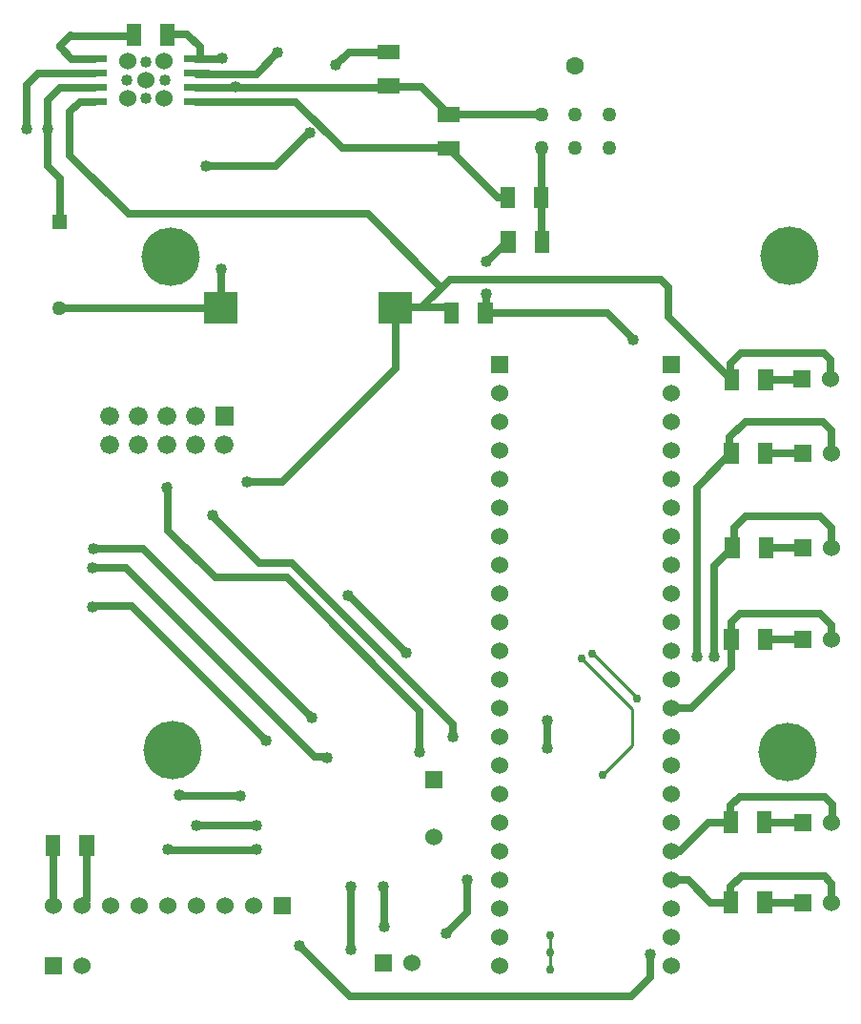
<source format=gbr>
G04 start of page 2 for group 0 idx 0 *
G04 Title: (unknown), Power_Top *
G04 Creator: pcb 20110918 *
G04 CreationDate: Sun 04 May 2014 08:11:11 PM GMT UTC *
G04 For: zach *
G04 Format: Gerber/RS-274X *
G04 PCB-Dimensions: 295500 350000 *
G04 PCB-Coordinate-Origin: lower left *
%MOIN*%
%FSLAX25Y25*%
%LNTOP*%
%ADD30C,0.0460*%
%ADD29C,0.0590*%
%ADD28C,0.0380*%
%ADD27C,0.0280*%
%ADD26C,0.0150*%
%ADD25C,0.0200*%
%ADD24C,0.2000*%
%ADD23C,0.0300*%
%ADD22C,0.0400*%
%ADD21C,0.2040*%
%ADD20R,0.0240X0.0240*%
%ADD19R,0.1100X0.1100*%
%ADD18R,0.0512X0.0512*%
%ADD17C,0.0660*%
%ADD16C,0.0630*%
%ADD15C,0.0500*%
%ADD14C,0.0600*%
%ADD13C,0.0001*%
%ADD12C,0.0100*%
%ADD11C,0.0250*%
G54D11*X168477Y288300D02*X151265Y305512D01*
X114088D01*
X97900Y321700D01*
X183755Y272935D02*X183900Y272790D01*
X172090D02*X171590D01*
X164600Y265800D01*
X164400Y254700D02*Y248190D01*
X183755Y305492D02*Y288355D01*
X183700Y288300D01*
X183755D02*Y272935D01*
X164400Y248190D02*X164110Y247900D01*
X171890Y288300D02*X168477D01*
X97900Y321700D02*X63185D01*
X63179Y326706D02*X129711D01*
X130300Y327295D01*
X27379Y326706D02*X21906D01*
X27379Y321706D02*X22306D01*
X77600Y331400D02*X63485D01*
X63179Y331706D01*
X63185Y321700D02*X63179Y321706D01*
X74500Y331400D02*X84000D01*
X63179Y336706D02*X71694D01*
X22994Y331700D02*X23000Y331706D01*
X71694Y336706D02*X71800Y336600D01*
X111900Y334500D02*X116400Y339000D01*
X130195D01*
X130300Y339105D01*
X66500Y299200D02*X77800D01*
X78000D02*X90800D01*
X102900Y311300D01*
X73700Y299200D02*X81700D01*
X84000Y331400D02*X91400Y338800D01*
X15000Y279968D02*X15184Y279784D01*
X71600Y249700D02*X15268D01*
X15184Y249784D01*
X71800Y263200D02*Y249900D01*
X71600Y249700D01*
X39300Y282600D02*X123000D01*
X148900Y256700D01*
X40490Y344500D02*X41190Y345200D01*
X53000D02*X59900D01*
X64300Y340800D01*
Y337700D01*
X40695Y344705D02*X21105D01*
X33200D02*X18905D01*
X27379Y336706D02*X19594D01*
X21006D02*X19594D01*
X7900Y331700D02*X22994D01*
X19594Y336706D02*X15500Y340800D01*
Y341300D02*X19200Y345000D01*
X18905Y344705D02*X16550Y342350D01*
X18800Y318200D02*Y303100D01*
X11100Y299300D02*Y322300D01*
X15500Y340800D02*Y341300D01*
X3800Y320800D02*Y312000D01*
Y318900D02*Y327600D01*
X7900Y331700D01*
X15500Y326700D02*X11100Y322300D01*
X39300Y282600D02*X18800Y303100D01*
X15334Y279634D02*Y295066D01*
X11100Y299300D01*
X22306Y321706D02*X18800Y318200D01*
X27379Y331706D02*X20206D01*
X26700Y326706D02*X15506D01*
X13850Y325050D01*
X15500Y326706D02*Y326700D01*
X215100Y9400D02*X116700D01*
X99000Y27100D01*
X83900Y60400D02*X84000Y60500D01*
G54D12*X205200Y86700D02*X215500Y97000D01*
G54D11*X79600Y60400D02*X58300D01*
X68500D02*X83900D01*
X64500D02*X53100D01*
X53000Y60500D01*
X73100Y69000D02*X63300D01*
X68000D02*X84000D01*
X78500Y79300D02*X57300D01*
X57000Y79000D01*
X108600Y92600D02*Y92800D01*
Y93000D02*X104500D01*
X87400Y98500D02*Y98600D01*
X103300Y106800D02*X101500Y108600D01*
X40400Y145600D02*X26900D01*
X26600Y145300D01*
X27000Y165600D02*X44500D01*
X26900Y159100D02*X38400D01*
X87400Y98600D02*X40400Y145600D01*
X44500Y165600D02*X102900Y107200D01*
X136500Y129200D02*X116200Y149500D01*
X38400Y159100D02*X104500Y93000D01*
X101250Y96250D01*
X221600Y23900D02*Y15900D01*
G54D12*X215500Y97000D02*Y108500D01*
Y97000D02*Y109500D01*
G54D11*X221600Y15900D02*X215100Y9400D01*
X251000Y166620D02*X250380Y166000D01*
X250095Y134000D02*Y140095D01*
X253000Y143000D01*
X244000Y128000D02*Y159620D01*
X250690Y166310D01*
X238000Y128000D02*Y187000D01*
X253000Y143000D02*X281000D01*
X285000Y139000D01*
Y134000D01*
X261905D02*X275000D01*
X229000Y110000D02*X236000D01*
G54D12*X215500Y109500D02*X197700Y127300D01*
X217000Y113400D02*Y113500D01*
X201600Y128900D01*
G54D11*X236000Y110000D02*X250000Y124000D01*
Y133810D01*
X250095Y133905D01*
X275000Y166000D02*X262000D01*
X281000Y177000D02*X255000D01*
X251000Y173000D01*
Y166620D01*
X275000Y199000D02*X262000D01*
X285000Y166000D02*Y173000D01*
X281000Y177000D01*
X285000Y207000D02*Y199000D01*
X249500Y199500D02*Y204500D01*
X238000Y187000D02*X249500Y198500D01*
X251190Y166810D02*X250810D01*
X249500Y204500D02*X255000Y210000D01*
X282000D01*
X285000Y207000D01*
X262105Y224700D02*X274600D01*
X274800Y224900D01*
X284800D02*Y231600D01*
X282300Y234100D01*
X253500D01*
X249600Y230200D01*
Y225395D01*
X250295Y224700D01*
X275192Y41829D02*X262155D01*
X261799Y42185D01*
X282600Y51300D02*X253600D01*
X282800Y79000D02*X285400Y76400D01*
Y70204D01*
X285192Y69996D01*
Y41829D02*Y48708D01*
X282600Y51300D01*
X253000Y79000D02*X282800D01*
X275192Y69996D02*X261859D01*
X261686Y70168D01*
X249876D02*Y75876D01*
X253000Y79000D01*
X249776Y70000D02*X249876Y70100D01*
X253600Y51300D02*X249900Y47600D01*
Y42273D01*
X249989Y42185D01*
X229000Y60000D02*X232200D01*
X242200Y70000D01*
X249776D01*
X229000Y50000D02*X235000D01*
X242900Y42100D01*
X249300D01*
X249900Y41500D01*
X164110Y247900D02*X206900D01*
X215900Y238900D01*
X183755Y317292D02*X151295D01*
X151265Y317322D01*
X151100Y317292D02*Y317600D01*
X141600Y327100D01*
X130495D01*
X130300Y327295D01*
X24810Y62000D02*Y42810D01*
X23000Y41000D01*
X13000Y62000D02*Y41000D01*
G54D12*X186600Y30500D02*Y24600D01*
X186700Y24500D01*
X186600Y24800D02*Y18500D01*
G54D11*X185900Y105700D02*Y95800D01*
X141100Y94300D02*Y109000D01*
X94600Y155500D01*
X69600D01*
X53000Y172100D01*
Y187600D01*
X117200Y47700D02*Y25700D01*
X128600Y33500D02*Y47600D01*
X157600Y50100D02*Y38600D01*
X150300Y31300D01*
X80800Y189000D02*X92900D01*
X132600Y249700D02*Y228600D01*
X93000Y189000D01*
X145200Y111800D02*X139000Y118000D01*
X139350Y117650D02*X96400Y160600D01*
X85100D01*
X68500Y177200D01*
X152600Y99900D02*Y104400D01*
X141750Y115250D01*
X132600Y249900D02*X150300D01*
X152300Y247900D01*
X225400Y259700D02*X151700D01*
X141900Y249900D01*
X250295Y224700D02*X250200D01*
X228200Y246700D01*
Y256900D01*
X225400Y259700D01*
G54D13*G36*
X90000Y44000D02*Y38000D01*
X96000D01*
Y44000D01*
X90000D01*
G37*
G54D14*X83000Y41000D03*
X73000D03*
X63000D03*
X53000D03*
X43000D03*
X33000D03*
X23000D03*
X13000D03*
G54D13*G36*
X10000Y23000D02*Y17000D01*
X16000D01*
Y23000D01*
X10000D01*
G37*
G54D14*X23000Y20000D03*
G54D13*G36*
X125500Y24000D02*Y18000D01*
X131500D01*
Y24000D01*
X125500D01*
G37*
G54D14*X138500Y21000D03*
G54D15*X207355Y317292D03*
X195555D03*
G54D16*Y334292D03*
G54D15*X183755Y317292D03*
X207355Y305492D03*
X183755D03*
X195555D03*
G54D13*G36*
X12684Y282284D02*Y277284D01*
X17684D01*
Y282284D01*
X12684D01*
G37*
G36*
X271800Y227900D02*Y221900D01*
X277800D01*
Y227900D01*
X271800D01*
G37*
G54D14*X284800Y224900D03*
G54D13*G36*
X226000Y233000D02*Y227000D01*
X232000D01*
Y233000D01*
X226000D01*
G37*
G54D14*X229000Y220000D03*
G54D13*G36*
X272000Y202000D02*Y196000D01*
X278000D01*
Y202000D01*
X272000D01*
G37*
G36*
Y137000D02*Y131000D01*
X278000D01*
Y137000D01*
X272000D01*
G37*
G36*
X272192Y72996D02*Y66996D01*
X278192D01*
Y72996D01*
X272192D01*
G37*
G36*
Y44829D02*Y38829D01*
X278192D01*
Y44829D01*
X272192D01*
G37*
G54D14*X285000Y199000D03*
Y134000D03*
X285192Y69996D03*
Y41829D03*
G54D13*G36*
X272000Y169000D02*Y163000D01*
X278000D01*
Y169000D01*
X272000D01*
G37*
G54D14*X285000Y166000D03*
X229000Y180000D03*
Y170000D03*
Y160000D03*
Y150000D03*
Y140000D03*
Y130000D03*
Y120000D03*
Y110000D03*
Y100000D03*
Y90000D03*
Y80000D03*
Y70000D03*
Y60000D03*
Y50000D03*
Y40000D03*
Y30000D03*
Y20000D03*
Y210000D03*
Y200000D03*
Y190000D03*
G54D13*G36*
X166000Y233000D02*Y227000D01*
X172000D01*
Y233000D01*
X166000D01*
G37*
G54D14*X169000Y220000D03*
Y210000D03*
Y200000D03*
G54D13*G36*
X69600Y215200D02*Y208600D01*
X76200D01*
Y215200D01*
X69600D01*
G37*
G54D17*X72900Y201900D03*
X62900D03*
X52900D03*
X42900D03*
X32900D03*
X62900Y211900D03*
X52900D03*
X42900D03*
X32900D03*
G54D15*X15184Y249784D03*
G54D14*X169000Y190000D03*
Y180000D03*
Y170000D03*
Y160000D03*
Y150000D03*
Y140000D03*
Y130000D03*
Y120000D03*
Y110000D03*
Y100000D03*
Y90000D03*
Y80000D03*
Y70000D03*
G54D13*G36*
X143000Y88000D02*Y82000D01*
X149000D01*
Y88000D01*
X143000D01*
G37*
G54D14*X146000Y65000D03*
X169000Y60000D03*
Y50000D03*
Y40000D03*
Y30000D03*
Y20000D03*
G54D18*X183900Y273971D02*Y271609D01*
X172090Y273971D02*Y271609D01*
X183700Y289481D02*Y287119D01*
X171890Y289481D02*Y287119D01*
G54D19*X71350Y249700D02*X71850D01*
X132350D02*X132850D01*
G54D18*X152300Y249081D02*Y246719D01*
X164110Y249081D02*Y246719D01*
X129119Y339105D02*X131481D01*
X129119Y327295D02*X131481D01*
X150084Y305512D02*X152446D01*
X150084Y317322D02*X152446D01*
X13000Y63181D02*Y60819D01*
X24810Y63181D02*Y60819D01*
G54D20*X24029Y321706D02*X30729D01*
X59829D02*X66529D01*
X24029Y336706D02*X30729D01*
X24029Y331706D02*X30729D01*
X24029Y326706D02*X30729D01*
X59829D02*X66529D01*
X59829Y331706D02*X66529D01*
X59829Y336706D02*X66529D01*
G54D18*X53000Y346381D02*Y344019D01*
X41190Y346381D02*Y344019D01*
X262190Y167181D02*Y164819D01*
X261905Y135181D02*Y132819D01*
X261686Y71349D02*Y68987D01*
X250380Y167181D02*Y164819D01*
X250095Y135181D02*Y132819D01*
X261905Y200181D02*Y197819D01*
X250095Y200181D02*Y197819D01*
X250295Y225881D02*Y223519D01*
X262105Y225881D02*Y223519D01*
X249876Y71349D02*Y68987D01*
X249989Y43366D02*Y41004D01*
X261799Y43366D02*Y41004D01*
G54D21*X270400Y268100D03*
X269600Y94700D03*
G54D22*X244000Y128000D03*
G54D23*X197700Y127300D03*
X201500Y129100D03*
G54D22*X238000Y128000D03*
G54D23*X217000Y113400D03*
X186700Y24500D03*
X186600Y30500D03*
Y18600D03*
G54D22*X164400Y265800D03*
Y254700D03*
X221600Y23900D03*
X215600Y238600D03*
X185900Y105700D03*
Y95900D03*
G54D23*X205200Y86700D03*
G54D21*X54700Y95400D03*
G54D22*X27000Y165600D03*
X26900Y159100D03*
Y145300D03*
X80800Y189000D03*
X68800Y177200D03*
X52700Y186900D03*
X63000Y69000D03*
X84000D03*
X78500Y79300D03*
X57000Y79500D03*
X53000Y60500D03*
X84000D03*
X116200Y149200D03*
X87400Y98500D03*
X136500Y129200D03*
X152600Y99900D03*
X141100Y94600D03*
X103500Y106500D03*
X108600Y92600D03*
G54D21*X54200Y267500D03*
G54D22*X71800Y263200D03*
X99000Y27100D03*
X117200Y47700D03*
X117100Y25700D03*
X128600Y33500D03*
X128500Y47700D03*
X150300Y31300D03*
X157600Y50100D03*
X91400Y338800D03*
X72200Y336800D03*
X76600Y326800D03*
G54D14*X39000Y335800D03*
Y323000D03*
G54D22*X38900Y329200D03*
X66500Y299200D03*
X102700Y311100D03*
X3600Y312200D03*
X11200D03*
X111900Y334500D03*
G54D14*X51900Y335800D03*
Y322900D03*
X45279Y329206D03*
G54D22*X45400Y322900D03*
X52000Y329200D03*
X45400Y335700D03*
G54D24*G54D25*G54D26*G54D25*G54D26*G54D25*G54D26*G54D24*G54D25*G54D24*G54D25*G54D27*G54D28*G54D11*G54D29*G54D11*G54D25*G54D28*G54D30*G54D25*G54D28*G54D27*G54D28*M02*

</source>
